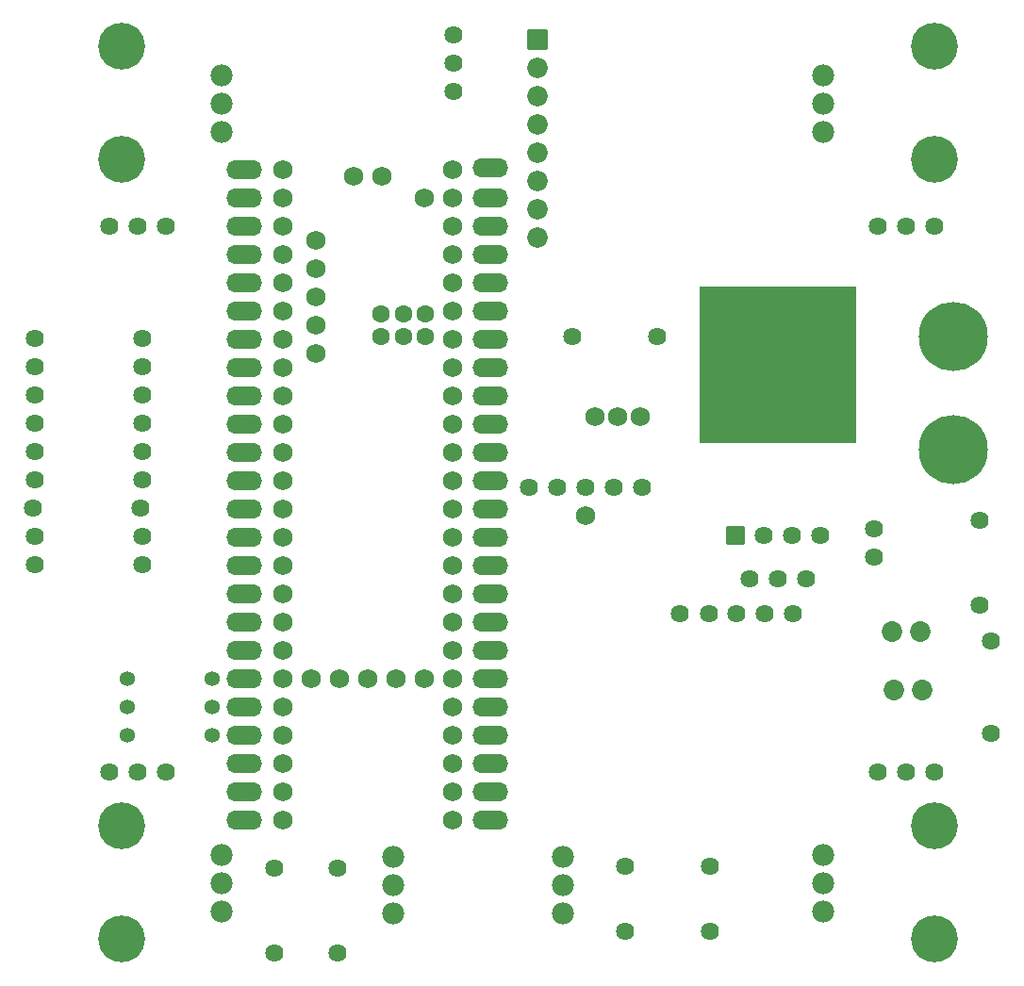
<source format=gts>
G04 Layer: TopSolderMaskLayer*
G04 EasyEDA v6.5.47, 2024-09-27 14:37:58*
G04 50ea7e365bea4ea1a0dfe67087e7319b,c4deba93543447318b7234f01b5a2252,10*
G04 Gerber Generator version 0.2*
G04 Scale: 100 percent, Rotated: No, Reflected: No *
G04 Dimensions in millimeters *
G04 leading zeros omitted , absolute positions ,4 integer and 5 decimal *
%FSLAX45Y45*%
%MOMM*%

%AMMACRO1*4,1,8,-0.8587,-0.9182,-0.9182,-0.8587,-0.9182,0.8587,-0.8587,0.9182,0.8587,0.9182,0.9182,0.8587,0.9182,-0.8587,0.8587,-0.9182,-0.8587,-0.9182,0*%
%AMMACRO2*4,1,8,-7.0211,-7.0508,-7.0508,-7.021,-7.0508,7.0211,-7.0211,7.0508,7.021,7.0508,7.0508,7.0211,7.0508,-7.021,7.021,-7.0508,-7.0211,-7.0508,0*%
%AMMACRO3*4,1,8,-0.7831,-0.8128,-0.8128,-0.783,-0.8128,0.7831,-0.7831,0.8128,0.783,0.8128,0.8128,0.7831,0.8128,-0.783,0.783,-0.8128,-0.7831,-0.8128,0*%
%ADD10MACRO1*%
%ADD11C,1.8364*%
%ADD12C,1.6256*%
%ADD13C,1.8532*%
%ADD14C,1.9812*%
%ADD15C,4.2032*%
%ADD16C,6.2032*%
%ADD17MACRO2*%
%ADD18MACRO3*%
%ADD19C,1.7272*%
%ADD20C,1.6032*%
%ADD21C,1.6260*%
%ADD22C,1.3616*%
%ADD23O,3.2031940000000003X1.703197*%
%ADD24O,0.0194X1.703197*%

%LPD*%
D10*
G01*
X5930900Y5080000D03*
D11*
G01*
X5930900Y4826000D03*
G01*
X5930900Y4572000D03*
G01*
X5930900Y4318000D03*
G01*
X5930900Y4064000D03*
G01*
X5930900Y3810000D03*
G01*
X5930900Y3556000D03*
G01*
X5930900Y3302000D03*
D12*
G01*
X6248400Y2413000D03*
G01*
X7010400Y2413000D03*
D13*
G01*
X9131300Y-762000D03*
G01*
X9385300Y-762000D03*
G01*
X9118600Y-241300D03*
G01*
X9372600Y-241300D03*
D14*
G01*
X3099993Y4245990D03*
G01*
X3099993Y4499990D03*
G01*
X3099993Y4753990D03*
G01*
X8499983Y4245990D03*
G01*
X8499983Y4499990D03*
G01*
X8499983Y4753990D03*
G01*
X8499983Y-2753995D03*
G01*
X8499983Y-2499995D03*
G01*
X8499983Y-2245995D03*
G01*
X3099993Y-2753995D03*
G01*
X3099993Y-2499995D03*
G01*
X3099993Y-2245995D03*
D12*
G01*
X4140200Y-3124200D03*
G01*
X4140200Y-2362200D03*
G01*
X6718300Y-2349500D03*
G01*
X7480300Y-2349500D03*
G01*
X3568700Y-3124200D03*
G01*
X3568700Y-2362200D03*
G01*
X6718300Y-2933700D03*
G01*
X7480300Y-2933700D03*
G01*
X8953500Y431800D03*
G01*
X8953500Y685800D03*
G01*
X2599994Y3399993D03*
G01*
X2345994Y3399993D03*
G01*
X2091994Y3399993D03*
G01*
X5181600Y5118100D03*
G01*
X5181600Y4864100D03*
G01*
X5181600Y4610100D03*
G01*
X9499981Y3399993D03*
G01*
X9245981Y3399993D03*
G01*
X8991981Y3399993D03*
G01*
X9499981Y-1499996D03*
G01*
X9245981Y-1499996D03*
G01*
X8991981Y-1499996D03*
G01*
X2599994Y-1499996D03*
G01*
X2345994Y-1499996D03*
G01*
X2091994Y-1499996D03*
D15*
G01*
X2199995Y3999992D03*
G01*
X2199995Y5015992D03*
G01*
X2199995Y-2999994D03*
G01*
X2199995Y-1983994D03*
G01*
X9499981Y3999992D03*
G01*
X9499981Y5015992D03*
G01*
X9499981Y-2999994D03*
G01*
X9499981Y-1983994D03*
D16*
G01*
X9664700Y1397000D03*
G01*
X9664700Y2413000D03*
D17*
G01*
X8089901Y2159000D03*
D18*
G01*
X7708889Y626811D03*
D12*
G01*
X7835900Y236804D03*
G01*
X7962900Y626821D03*
G01*
X8089900Y236804D03*
G01*
X8216900Y626821D03*
G01*
X8343900Y236804D03*
G01*
X8470900Y626821D03*
G01*
X10007600Y-1149095D03*
G01*
X10007600Y-324104D03*
D19*
G01*
X6454800Y1689100D03*
G01*
X6654800Y1689100D03*
G01*
X6854799Y1689100D03*
D12*
G01*
X9906000Y0D03*
G01*
X9906000Y762000D03*
D19*
G01*
X3644900Y-1930400D03*
G01*
X3644900Y-1422400D03*
G01*
X3644900Y-1168400D03*
G01*
X3644900Y-1676400D03*
G01*
X3644900Y-914400D03*
G01*
X5168900Y-1676400D03*
G01*
X5168900Y-1930400D03*
G01*
X3644900Y-660400D03*
G01*
X3898900Y-660400D03*
G01*
X4152900Y-660400D03*
G01*
X4406900Y-660400D03*
G01*
X4660900Y-660400D03*
G01*
X4914900Y-660400D03*
G01*
X5168900Y-660400D03*
G01*
X5168900Y-914400D03*
G01*
X5168900Y-1168400D03*
G01*
X5168900Y-1422400D03*
G01*
X3644900Y-406400D03*
G01*
X3644900Y101600D03*
G01*
X3644900Y355600D03*
G01*
X3644900Y609600D03*
G01*
X3644900Y863600D03*
G01*
X3644900Y1117600D03*
G01*
X3644900Y1371600D03*
G01*
X3644900Y1625600D03*
G01*
X3644900Y1879600D03*
G01*
X3644900Y2133600D03*
G01*
X3644900Y2387600D03*
G01*
X3644900Y2641600D03*
G01*
X3644900Y2895600D03*
G01*
X3644900Y3149600D03*
G01*
X3644900Y3403600D03*
G01*
X3644900Y3657600D03*
G01*
X3644900Y3911600D03*
G01*
X5168900Y3911600D03*
G01*
X5168900Y3657600D03*
G01*
X5168900Y3403600D03*
G01*
X5168900Y3149600D03*
G01*
X5168900Y2895600D03*
G01*
X5168900Y2641600D03*
G01*
X5168900Y2387600D03*
G01*
X5168900Y2133600D03*
G01*
X5168900Y1879600D03*
G01*
X5168900Y1625600D03*
G01*
X5168900Y1371600D03*
G01*
X5168900Y1117600D03*
G01*
X5168900Y863600D03*
G01*
X5168900Y609600D03*
G01*
X5168900Y355600D03*
G01*
X5168900Y101600D03*
G01*
X5168900Y-406400D03*
G01*
X4914900Y3657600D03*
D20*
G01*
X4728895Y2614599D03*
G01*
X4928895Y2414600D03*
G01*
X4928895Y2614599D03*
D19*
G01*
X5168900Y-152400D03*
G01*
X3644900Y-152400D03*
G01*
X4279900Y3850589D03*
G01*
X4533900Y3850589D03*
G01*
X3944899Y3276600D03*
G01*
X3944899Y3022600D03*
G01*
X3944899Y2768600D03*
G01*
X3944899Y2514600D03*
G01*
X3944899Y2260600D03*
D20*
G01*
X4528896Y2614599D03*
G01*
X4728895Y2414600D03*
G01*
X4528896Y2414600D03*
D12*
G01*
X5854700Y1054100D03*
G01*
X6108700Y1054100D03*
G01*
X6362700Y1054100D03*
G01*
X6616700Y1054100D03*
G01*
X6870700Y1054100D03*
D19*
G01*
X6362700Y800100D03*
D21*
G01*
X7974101Y-76200D03*
G01*
X8228101Y-76200D03*
G01*
X7476109Y-76200D03*
G01*
X7720101Y-76200D03*
G01*
X7212101Y-76200D03*
D22*
G01*
X2247900Y-660400D03*
G01*
X3009900Y-660400D03*
G01*
X2247900Y-914400D03*
G01*
X3009900Y-914400D03*
G01*
X2247900Y-1168400D03*
G01*
X3009900Y-1168400D03*
D12*
G01*
X2386406Y359994D03*
G01*
X2386406Y613994D03*
G01*
X2373706Y867994D03*
G01*
X2386406Y1121994D03*
G01*
X2386406Y1375994D03*
G01*
X2386406Y1629994D03*
G01*
X2386406Y1883994D03*
G01*
X2386406Y2137994D03*
G01*
X2386406Y2391994D03*
G01*
X1421206Y359994D03*
G01*
X1421206Y613994D03*
G01*
X1408506Y867994D03*
G01*
X1421206Y1121994D03*
G01*
X1421206Y1375994D03*
G01*
X1421206Y1629994D03*
G01*
X1421206Y1883994D03*
G01*
X1421206Y2137994D03*
G01*
X1421206Y2391994D03*
D14*
G01*
X4635500Y-2260600D03*
G01*
X4635500Y-2514600D03*
G01*
X4635500Y-2768600D03*
G01*
X6159500Y-2260600D03*
G01*
X6159500Y-2514600D03*
G01*
X6159500Y-2768600D03*
D23*
G01*
X3302000Y863600D03*
G01*
X3302000Y1117600D03*
G01*
X3302000Y1371600D03*
G01*
X3302000Y1625600D03*
G01*
X3302000Y1879600D03*
G01*
X3302000Y2133600D03*
G01*
X3302000Y2387600D03*
G01*
X3302000Y2641600D03*
G01*
X3302000Y2895600D03*
G01*
X3302000Y3149600D03*
G01*
X3302000Y3403600D03*
G01*
X3302000Y3657600D03*
G01*
X3302000Y3911600D03*
G01*
X3302000Y609600D03*
G01*
X3302000Y355600D03*
G01*
X3302000Y101600D03*
G01*
X3302000Y-152400D03*
G01*
X3302000Y-406400D03*
G01*
X3302000Y-660400D03*
G01*
X3302000Y-914400D03*
G01*
X3302000Y-1168400D03*
G01*
X3302000Y-1422400D03*
G01*
X3302000Y-1676400D03*
G01*
X3302000Y-1930400D03*
G01*
X5511800Y3657600D03*
G01*
X5511800Y3403600D03*
G01*
X5511800Y3149600D03*
G01*
X5511800Y2895600D03*
G01*
X5511800Y2641600D03*
G01*
X5511800Y2387600D03*
G01*
X5511800Y2133600D03*
G01*
X5511800Y1879600D03*
G01*
X5511800Y1625600D03*
G01*
X5511800Y1371600D03*
G01*
X5511800Y1117600D03*
G01*
X5511800Y863600D03*
G01*
X5511800Y609600D03*
G01*
X5511800Y355600D03*
G01*
X5511800Y101600D03*
G01*
X5511800Y-152400D03*
G01*
X5511800Y-406400D03*
G01*
X5511800Y-660400D03*
G01*
X5511800Y-914400D03*
G01*
X5511800Y-1168400D03*
G01*
X5511800Y-1422400D03*
G01*
X5511800Y-1676400D03*
G01*
X5511800Y-1930400D03*
G01*
X5511800Y3924300D03*
M02*

</source>
